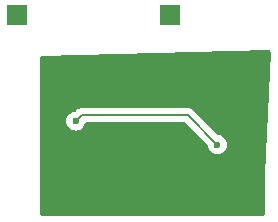
<source format=gbr>
%TF.GenerationSoftware,KiCad,Pcbnew,8.0.1-rc1*%
%TF.CreationDate,2024-06-04T01:21:06-05:00*%
%TF.ProjectId,555Timer_Breakout,35353554-696d-4657-925f-427265616b6f,rev?*%
%TF.SameCoordinates,Original*%
%TF.FileFunction,Copper,L2,Bot*%
%TF.FilePolarity,Positive*%
%FSLAX46Y46*%
G04 Gerber Fmt 4.6, Leading zero omitted, Abs format (unit mm)*
G04 Created by KiCad (PCBNEW 8.0.1-rc1) date 2024-06-04 01:21:06*
%MOMM*%
%LPD*%
G01*
G04 APERTURE LIST*
%TA.AperFunction,ComponentPad*%
%ADD10R,1.700000X1.700000*%
%TD*%
%TA.AperFunction,ViaPad*%
%ADD11C,0.600000*%
%TD*%
%TA.AperFunction,Conductor*%
%ADD12C,0.200000*%
%TD*%
G04 APERTURE END LIST*
D10*
%TO.P,J2,1,Pin_1*%
%TO.N,9V*%
X147000000Y-55000000D03*
%TD*%
%TO.P,J1,1,Pin_1*%
%TO.N,GND*%
X134000000Y-55000000D03*
%TD*%
D11*
%TO.N,9V*%
X142000000Y-69500000D03*
X147000000Y-59500000D03*
%TO.N,Net-(U1-THR)*%
X151000000Y-66000000D03*
X139000000Y-64000000D03*
%TD*%
D12*
%TO.N,Net-(U1-THR)*%
X139500000Y-63500000D02*
X148500000Y-63500000D01*
X148500000Y-63500000D02*
X151000000Y-66000000D01*
X139000000Y-64000000D02*
X139500000Y-63500000D01*
%TO.N,9V*%
X137000000Y-59500000D02*
X147000000Y-59500000D01*
X137000000Y-70000000D02*
X137000000Y-59500000D01*
X142000000Y-69500000D02*
X137500000Y-69500000D01*
X137500000Y-69500000D02*
X137000000Y-70000000D01*
%TD*%
%TA.AperFunction,Conductor*%
%TO.N,9V*%
G36*
X155434137Y-58021379D02*
G01*
X155481230Y-58072993D01*
X155493653Y-58133277D01*
X155000000Y-68500002D01*
X155000000Y-71876000D01*
X154980315Y-71943039D01*
X154927511Y-71988794D01*
X154876000Y-72000000D01*
X136124000Y-72000000D01*
X136056961Y-71980315D01*
X136011206Y-71927511D01*
X136000000Y-71876000D01*
X136000000Y-64000003D01*
X138194435Y-64000003D01*
X138214630Y-64179249D01*
X138214631Y-64179254D01*
X138274211Y-64349523D01*
X138370184Y-64502262D01*
X138497738Y-64629816D01*
X138650478Y-64725789D01*
X138820745Y-64785368D01*
X138820750Y-64785369D01*
X138999996Y-64805565D01*
X139000000Y-64805565D01*
X139000004Y-64805565D01*
X139179249Y-64785369D01*
X139179252Y-64785368D01*
X139179255Y-64785368D01*
X139349522Y-64725789D01*
X139502262Y-64629816D01*
X139629816Y-64502262D01*
X139725789Y-64349522D01*
X139783867Y-64183545D01*
X139824589Y-64126769D01*
X139889542Y-64101022D01*
X139900909Y-64100500D01*
X148199903Y-64100500D01*
X148266942Y-64120185D01*
X148287584Y-64136819D01*
X150169298Y-66018533D01*
X150202783Y-66079856D01*
X150204837Y-66092330D01*
X150214630Y-66179249D01*
X150274210Y-66349521D01*
X150370184Y-66502262D01*
X150497738Y-66629816D01*
X150650478Y-66725789D01*
X150820745Y-66785368D01*
X150820750Y-66785369D01*
X150999996Y-66805565D01*
X151000000Y-66805565D01*
X151000004Y-66805565D01*
X151179249Y-66785369D01*
X151179252Y-66785368D01*
X151179255Y-66785368D01*
X151349522Y-66725789D01*
X151502262Y-66629816D01*
X151629816Y-66502262D01*
X151725789Y-66349522D01*
X151785368Y-66179255D01*
X151795162Y-66092330D01*
X151805565Y-66000003D01*
X151805565Y-65999996D01*
X151785369Y-65820750D01*
X151785368Y-65820745D01*
X151725788Y-65650476D01*
X151629815Y-65497737D01*
X151502262Y-65370184D01*
X151349521Y-65274210D01*
X151179249Y-65214630D01*
X151092330Y-65204837D01*
X151027916Y-65177770D01*
X151018533Y-65169298D01*
X148987590Y-63138355D01*
X148987588Y-63138352D01*
X148868717Y-63019481D01*
X148868716Y-63019480D01*
X148781904Y-62969360D01*
X148781904Y-62969359D01*
X148781900Y-62969358D01*
X148731785Y-62940423D01*
X148579057Y-62899499D01*
X148420943Y-62899499D01*
X148413347Y-62899499D01*
X148413331Y-62899500D01*
X139586670Y-62899500D01*
X139586654Y-62899499D01*
X139579058Y-62899499D01*
X139420943Y-62899499D01*
X139344579Y-62919961D01*
X139268214Y-62940423D01*
X139268209Y-62940426D01*
X139131290Y-63019475D01*
X139131286Y-63019478D01*
X138981465Y-63169299D01*
X138920142Y-63202783D01*
X138907668Y-63204837D01*
X138820750Y-63214630D01*
X138650478Y-63274210D01*
X138497737Y-63370184D01*
X138370184Y-63497737D01*
X138274211Y-63650476D01*
X138214631Y-63820745D01*
X138214630Y-63820750D01*
X138194435Y-63999996D01*
X138194435Y-64000003D01*
X136000000Y-64000003D01*
X136000000Y-58620861D01*
X136019685Y-58553822D01*
X136072489Y-58508067D01*
X136120822Y-58496902D01*
X155366615Y-58003420D01*
X155434137Y-58021379D01*
G37*
%TD.AperFunction*%
%TD*%
M02*

</source>
